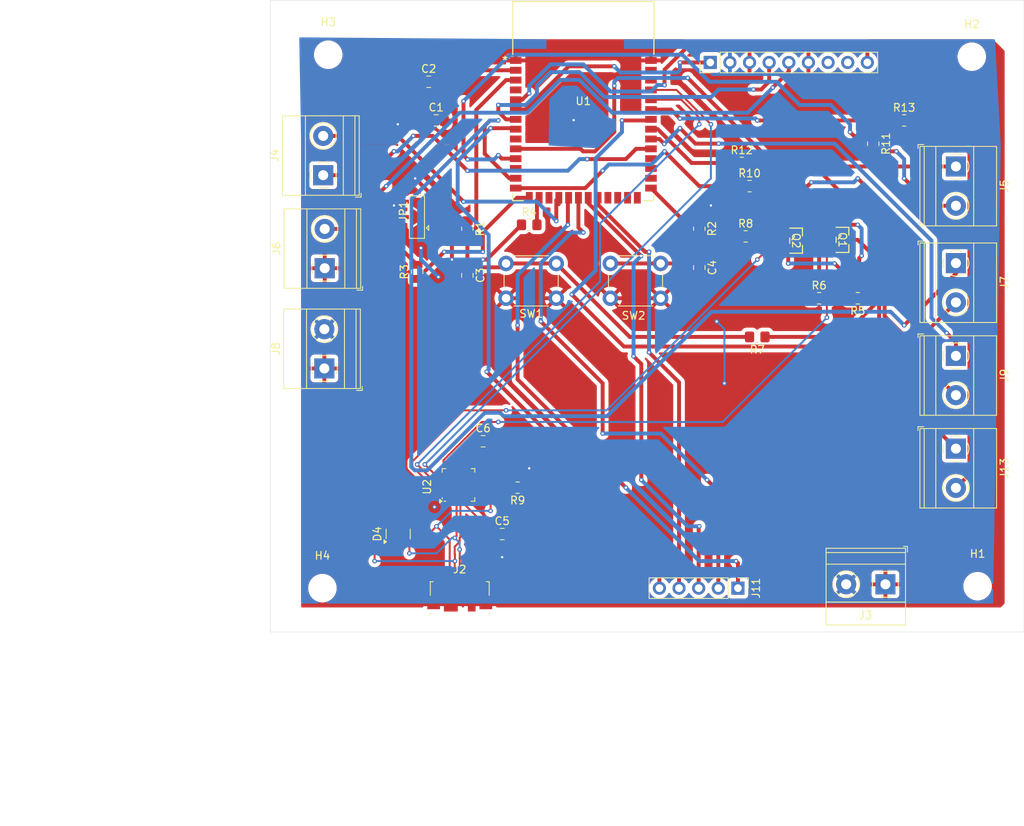
<source format=kicad_pcb>
(kicad_pcb (version 20240108) (generator "pcbnew") (generator_version "8.0")
  (layers (0 "F.Cu" signal) (31 "B.Cu" signal) (34 "B.Paste" user) (35 "F.Paste" user) (36 "B.SilkS" user "B.Silkscreen") (37 "F.SilkS" user "F.Silkscreen") (38 "B.Mask" user) (39 "F.Mask" user) (44 "Edge.Cuts" user))
  (net 0 "")
  (net 1 "+3V3")
  (net 2 "/CHIP_PU")
  (net 3 "/GPIO0_STRAPPING")
  (net 4 "Net-(U2-VPP)")
  (net 5 "+5V")
  (net 6 "GND")
  (net 8 "/UWBINT")
  (net 11 "/D+")
  (net 12 "/D-")
  (net 15 "Net-(U2-~{RST})")
  (net 17 "Net-(JP1-C)")
  (net 18 "/temp_Sensor")
  (net 21 "/pH_Sensor")
  (net 22 "/RTS")
  (net 23 "/DTR")
  (net 24 "/GPIO3_STRAPPING")
  (net 25 "/GPIO46_STRAPPING")
  (net 26 "/MOTOR4PWM")
  (net 29 "/Moisture_Sensor_Output")
  (net 30 "/MOTOR4FG")
  (net 31 "/LINACT+")
  (net 32 "/MOTOR2FG")
  (net 33 "/LINACT-")
  (net 35 "/UWBMOSI")
  (net 36 "/MOTOR1FG")
  (net 37 "/MOTOR1PWM")
  (net 40 "/RXD")
  (net 41 "/UWBMISO")
  (net 44 "/MOTOR3FG")
  (net 45 "/MOTOR2PWM")
  (net 46 "/UWBCLK")
  (net 47 "/TXD")
  (net 48 "/UWBCS")
  (net 50 "/MOTOR3PWM")
  (net 53 "Net-(U1-IO18)")
  (net 63 "+VBUS")
  (net 64 "Net-(Q1-Pad1)")
  (net 65 "Net-(Q2-Pad1)")
  (net 66 "Net-(Q1-Pad3)")
  (net 67 "Net-(Q2-Pad3)")
  (net 68 "Net-(U1-IO42)")
  (net 69 "Net-(U1-IO40)")
  (net 70 "Net-(U1-IO20)")
  (footprint "TerminalBlock_Phoenix:TerminalBlock_Phoenix_MKDS-1,5-2-5.08_1x02_P5.08mm_Horizontal" (layer "F.Cu") (at 37 73.08 90)
    (property "Reference" "J8")
    (property "Value" "Screw_Terminal_01x02")
  )
  (footprint "MountingHole:MountingHole_3.2mm_M3" (layer "F.Cu") (at 37.5 32.5)
    (property "Reference" "H3")
    (property "Value" "MountingHole")
  )
  (footprint "Resistor_SMD:R_0805_2012Metric_Pad1.20x1.40mm_HandSolder" (layer "F.Cu") (at 91.5 56)
    (property "Reference" "R8")
    (property "Value" "10k")
  )
  (footprint "Capacitor_SMD:C_0805_2012Metric_Pad1.18x1.45mm_HandSolder" (layer "F.Cu") (at 51.4625 41)
    (property "Reference" "C1")
    (property "Value" "10 uF")
  )
  (footprint "Resistor_SMD:R_0805_2012Metric_Pad1.20x1.40mm_HandSolder" (layer "F.Cu") (at 106 64 180)
    (property "Reference" "R5")
    (property "Value" "10k")
  )
  (footprint "Resistor_SMD:R_0805_2012Metric_Pad1.20x1.40mm_HandSolder" (layer "F.Cu") (at 62 88.5 180)
    (property "Reference" "R9")
    (property "Value" "4.7k")
  )
  (footprint "SS8050-G:TRAN_SS8050-G_CIP" (layer "F.Cu") (at 104.020999 56.450001 -90)
    (property "Reference" "Q1")
    (property "Value" "SS8050-G")
  )
  (footprint "Capacitor_SMD:C_0805_2012Metric_Pad1.18x1.45mm_HandSolder" (layer "F.Cu") (at 57.5375 82.5)
    (property "Reference" "C6")
    (property "Value" "4.7uF")
  )
  (footprint "TerminalBlock_Phoenix:TerminalBlock_Phoenix_MKDS-1,5-2-5.08_1x02_P5.08mm_Horizontal" (layer "F.Cu") (at 118.695 71.455 -90)
    (property "Reference" "J9")
    (property "Value" "MOTOR3SIGNAL")
  )
  (footprint "MountingHole:MountingHole_3.2mm_M3" (layer "F.Cu") (at 120.75 32.75)
    (property "Reference" "H2")
    (property "Value" "MountingHole")
  )
  (footprint "Resistor_SMD:R_0805_2012Metric_Pad1.20x1.40mm_HandSolder" (layer "F.Cu") (at 91 46.5)
    (property "Reference" "R12")
    (property "Value" "5k")
  )
  (footprint "Package_TO_SOT_SMD:SOT-143" (layer "F.Cu") (at 46.55 94.5 90)
    (property "Reference" "D4")
    (property "Value" "SP0503BAHT")
  )
  (footprint "TerminalBlock_Phoenix:TerminalBlock_Phoenix_MKDS-1,5-2-5.08_1x02_P5.08mm_Horizontal" (layer "F.Cu") (at 37.045 60.115 90)
    (property "Reference" "J6")
    (property "Value" "Screw_Terminal_01x02")
  )
  (footprint "Connector_USB:USB_Micro-B_Molex_47346-0001" (layer "F.Cu") (at 54.5125 102.375)
    (property "Reference" "J2")
    (property "Value" "USB_B_Micro")
  )
  (footprint "Capacitor_SMD:C_0805_2012Metric_Pad1.18x1.45mm_HandSolder" (layer "F.Cu") (at 55.5 61.0375 -90)
    (property "Reference" "C3")
    (property "Value" "1 uF")
  )
  (footprint "Resistor_SMD:R_0805_2012Metric_Pad1.20x1.40mm_HandSolder" (layer "F.Cu") (at 92 49.5)
    (property "Reference" "R10")
    (property "Value" "5k")
  )
  (footprint "Resistor_SMD:R_0805_2012Metric_Pad1.20x1.40mm_HandSolder" (layer "F.Cu") (at 93 69 180)
    (property "Reference" "R7")
    (property "Value" "10k")
  )
  (footprint "TerminalBlock_Phoenix:TerminalBlock_Phoenix_MKDS-1,5-2-5.08_1x02_P5.08mm_Horizontal" (layer "F.Cu") (at 109.58 101 180)
    (property "Reference" "J3")
    (property "Value" "Moisture_Power")
  )
  (footprint "Resistor_SMD:R_0805_2012Metric_Pad1.20x1.40mm_HandSolder" (layer "F.Cu") (at 55.5 55 -90)
    (property "Reference" "R1")
    (property "Value" "100k")
  )
  (footprint "Package_DFN_QFN:QFN-24-1EP_4x4mm_P0.5mm_EP2.6x2.6mm" (layer "F.Cu") (at 54.35 88.15 90)
    (property "Reference" "U2")
    (property "Value" "CP2104")
  )
  (footprint "Capacitor_SMD:C_0805_2012Metric_Pad1.18x1.45mm_HandSolder" (layer "F.Cu") (at 50.5 36)
    (property "Reference" "C2")
    (property "Value" "100 uF")
  )
  (footprint "Connector_PinHeader_2.54mm:PinHeader_1x05_P2.54mm_Vertical" (layer "F.Cu") (at 90.5 101.5 -90)
    (property "Reference" "J11")
    (property "Value" "UWB SIGNALS")
  )
  (footprint "Resistor_SMD:R_0805_2012Metric_Pad1.20x1.40mm_HandSolder" (layer "F.Cu") (at 101 64)
    (property "Reference" "R6")
    (property "Value" "10k")
  )
  (footprint "TerminalBlock_Phoenix:TerminalBlock_Phoenix_MKDS-1,5-2-5.08_1x02_P5.08mm_Horizontal" (layer "F.Cu") (at 118.695 46.955 -90)
    (property "Reference" "J5")
    (property "Value" "MOTOR1SIGNAL")
  )
  (footprint "Capacitor_SMD:C_0805_2012Metric_Pad1.18x1.45mm_HandSolder" (layer "F.Cu") (at 60 94.5)
    (property "Reference" "C5")
    (property "Value" "10uF")
  )
  (footprint "MountingHole:MountingHole_3.2mm_M3" (layer "F.Cu") (at 36.75 101.5)
    (property "Reference" "H4")
    (property "Value" "MountingHole")
  )
  (footprint "Button_Switch_THT:SW_PUSH_6mm_H5mm" (layer "F.Cu") (at 80.5 64 180)
    (property "Reference" "SW2")
    (property "Value" "SW_Push")
  )
  (footprint "TerminalBlock_Phoenix:TerminalBlock_Phoenix_MKDS-1,5-2-5.08_1x02_P5.08mm_Horizontal" (layer "F.Cu") (at 36.85 48.08 90)
    (property "Reference" "J4")
    (property "Value" "LINEAR ACTUATOR SIGNAL")
  )
  (footprint "TerminalBlock_Phoenix:TerminalBlock_Phoenix_MKDS-1,5-2-5.08_1x02_P5.08mm_Horizontal" (layer "F.Cu") (at 118.695 83.455 -90)
    (property "Reference" "J13")
    (property "Value" "MOTOR4SIGNAL")
  )
  (footprint "TerminalBlock_Phoenix:TerminalBlock_Phoenix_MKDS-1,5-2-5.08_1x02_P5.08mm_Horizontal" (layer "F.Cu") (at 118.695 59.455 -90)
    (property "Reference" "J7")
    (property "Value" "MOTOR2SIGNAL")
  )
  (footprint "Resistor_SMD:R_0805_2012Metric_Pad1.20x1.40mm_HandSolder" (layer "F.Cu") (at 63.5 54.5)
    (property "Reference" "R4")
    (property "Value" "1k")
  )
  (footprint "ESP32:ESP32-S3-WROOM-1_EXP" (layer "F.Cu") (at 70.5 38.5)
    (property "Reference" "U1")
    (property "Value" "ESP32-S3-WROOM-1")
  )
  (footprint "Button_Switch_THT:SW_PUSH_6mm_H5mm" (layer "F.Cu") (at 67 64 180)
    (property "Reference" "SW1")
    (property "Value" "SW_Push")
  )
  (footprint "Jumper:SolderJumper-3_P2.0mm_Open_TrianglePad1.0x1.5mm" (layer "F.Cu") (at 49 53.5 90)
    (property "Reference" "JP1")
    (property "Value" "SolderJumper_3_Open")
  )
  (footprint "MountingHole:MountingHole_3.2mm_M3" (layer "F.Cu") (at 121.5 101.25)
    (property "Reference" "H1")
    (property "Value" "MountingHole")
  )
  (footprint "Connector_PinHeader_2.54mm:PinHeader_1x09_P2.54mm_Vertical" (layer "F.Cu") (at 86.92 33.5 90)
    (property "Reference" "J10" (hide yes))
    (property "Value" "SENSORS")
  )
  (footprint "Resistor_SMD:R_0805_2012Metric_Pad1.20x1.40mm_HandSolder" (layer "F.Cu") (at 112 41)
    (property "Reference" "R13")
    (property "Value" "5k")
  )
  (footprint "Capacitor_SMD:C_0805_2012Metric_Pad1.18x1.45mm_HandSolder" (layer "F.Cu") (at 85.5 60.0375 -90)
    (property "Reference" "C4")
    (property "Value" "1 uF")
  )
  (footprint "Resistor_SMD:R_0805_2012Metric_Pad1.20x1.40mm_HandSolder" (layer "F.Cu") (at 85.5 55 -90)
    (property "Reference" "R2")
    (property "Value" "100k")
  )
  (footprint "Resistor_SMD:R_0805_2012Metric_Pad1.20x1.40mm_HandSolder" (layer "F.Cu") (at 108 44 -90)
    (property "Reference" "R11")
    (property "Value" "5k")
  )
  (footprint "Resistor_SMD:R_0805_2012Metric" (layer "F.Cu") (at 49 60.5875 90)
    (property "Reference" "R3")
    (property "Value" "1k")
  )
  (footprint "SS8050-G:TRAN_SS8050-G_CIP" (layer "F.Cu") (at 98.020999 56.549999 -90)
    (property "Reference" "Q2")
    (property "Value" "SS8050-G")
  )
  (gr_rect (start 30 25.5) (end 127.5 107.171109) (stroke (width 0.05)) (fill none) (layer "Edge.Cuts"))
  (segment (start 85.5 53.5) (end 87 52) (width 0.508) (layer "F.Cu") (net 1))
  (segment (start 55.1 90.0875) (end 55.6 90.0875) (width 0.254) (layer "F.Cu") (net 1))
  (segment (start 58.9625 94.5) (end 55.1 90.6375) (width 0.254) (layer "F.Cu") (net 1))
  (segment (start 85.5 54) (end 85.5 53.5) (width 0.508) (layer "F.Cu") (net 1))
  (segment (start 55.1 90.6375) (end 55.1 90.0875) (width 0.254) (layer "F.Cu") (net 1))
  (segment (start 55.6 90.0875) (end 56.2875 89.4) (width 0.254) (layer "F.Cu") (net 1))
  (segment (start 53.375 53.125) (end 48.75 48.5) (width 0.508) (layer "F.Cu") (net 1))
  (segment (start 63 88.5) (end 63 86.5) (width 0.254) (layer "F.Cu") (net 1))
  (segment (start 61.75 34.51) (end 50.9525 34.51) (width 0.508) (layer "F.Cu") (net 1))
  (segment (start 46.5 51.5) (end 46 52) (width 0.508) (layer "F.Cu") (net 1))
  (segment (start 49 51.5) (end 46.5 51.5) (width 0.508) (layer "F.Cu") (net 1))
  (segment (start 49.4625 36) (end 49.4625 40.0375) (width 0.508) (layer "F.Cu") (net 1))
  (segment (start 50.425 41) (end 47 41) (width 0.508) (layer "F.Cu") (net 1))
  (segment (start 55.5 54) (end 54.25 54) (width 0.508) (layer "F.Cu") (net 1))
  (segment (start 54.25 54) (end 53.375 53.125) (width 0.508) (layer "F.Cu") (net 1))
  (segment (start 57.5 59) (end 58 59) (width 0.508) (layer "F.Cu") (net 1))
  (segment (start 58.9625 94.5) (end 58.9625 96.4625) (width 0.254) (layer "F.Cu") (net 1))
  (segment (start 47 41) (end 46.5 41.5) (width 0.508) (layer "F.Cu") (net 1))
  (segment (start 49.4625 40.0375) (end 50.425 41) (width 0.508) (layer "F.Cu") (net 1))
  (segment (start 50.9525 34.51) (end 49.4625 36) (width 0.508) (layer "F.Cu") (net 1))
  (segment (start 53.5 59) (end 53.5 53.25) (width 0.508) (layer "F.Cu") (net 1))
  (segment (start 58 59) (end 62.5 54.5) (width 0.508) (layer "F.Cu") (net 1))
  (segment (start 58.9625 96.4625) (end 60 97.5) (width 0.254) (layer "F.Cu") (net 1))
  (segment (start 53.5 53.25) (end 53.375 53.125) (width 0.508) (layer "F.Cu") (net 1))
  (segment (start 63 86.5) (end 63.5 86) (width 0.254) (layer "F.Cu") (net 1))
  (via (at 87 52) (size 0.6) (drill 0.3) (layers "F.Cu" "B.Cu") (net 1))
  (via (at 60 97.5) (size 0.6) (drill 0.3) (layers "F.Cu" "B.Cu") (net 1))
  (via (at 53.5 59) (size 0.6) (drill 0.3) (layers "F.Cu" "B.Cu") (net 1))
  (via (at 46.5 41.5) (size 0.6) (drill 0.3) (layers "F.Cu" "B.Cu") (net 1))
  (via (at 63.5 86) (size 0.6) (drill 0.3) (layers "F.Cu" "B.Cu") (net 1))
  (via (at 57.5 59) (size 0.6) (drill 0.3) (layers "F.Cu" "B.Cu") (net 1))
  (via (at 48.75 48.5) (size 0.6) (drill 0.3) (layers "F.Cu" "B.Cu") (net 1))
  (via (at 46 52) (size 0.6) (drill 0.3) (layers "F.Cu" "B.Cu") (net 1))
  (segment (start 57.5 59) (end 53.5 59) (width 0.508) (layer "B.Cu") (net 1))
  (segment (start 55.5 60) (end 60 60) (width 0.508) (layer "F.Cu") (net 2))
  (segment (start 55.5 60) (end 55.5 56) (width 0.508) (layer "F.Cu") (net 2))
  (segment (start 55.5 56) (end 56.654 54.846) (width 0.508) (layer "F.Cu") (net 2))
  (segment (start 56.654 54.846) (end 56.654 39.6187) (width 0.508) (layer "F.Cu") (net 2))
  (segment (start 56.654 39.6187) (end 60.4927 35.78) (width 0.508) (layer "F.Cu") (net 2))
  (segment (start 76.5 69) (end 67 59.5) (width 0.508) (layer "F.Cu") (net 2))
  (segment (start 92 69) (end 76.5 69) (width 0.508) (layer "F.Cu") (net 2))
  (segment (start 60.5 59.5) (end 67 59.5) (width 0.508) (layer "F.Cu") (net 2))
  (segment (start 60.4927 35.78) (end 61.75 35.78) (width 0.508) (layer "F.Cu") (net 2))
  (segment (start 60 60) (end 60.5 59.5) (width 0.508) (layer "F.Cu") (net 2))
  (segment (start 84.5 59) (end 84 59.5) (width 0.508) (layer "F.Cu") (net 3))
  (segment (start 74 59.5) (end 80.5 59.5) (width 0.508) (layer "F.Cu") (net 3))
  (segment (start 85.5 56) (end 79.25 49.75) (width 0.508) (layer "F.Cu") (net 3))
  (segment (start 84 59.5) (end 80.5 59.5) (width 0.508) (layer "F.Cu") (net 3))
  (segment (start 90.5 56) (end 85.5 56) (width 0.508) (layer "F.Cu") (net 3))
  (segment (start 85.5 59) (end 84.5 59) (width 0.508) (layer "F.Cu") (net 3))
  (segment (start 85.5 56) (end 85.5 59) (width 0.508) (layer "F.Cu") (net 3))
  (segment (start 55.847432 82.5) (end 54.1 84.247432) (width 0.254) (layer "F.Cu") (net 4))
  (segment (start 54.1 84.247432) (end 54.1 86.2125) (width 0.254) (layer "F.Cu") (net 4))
  (segment (start 56.5 82.5) (end 55.847432 82.5) (width 0.254) (layer "F.Cu") (net 4))
  (segment (start 97.08 34.674) (end 95 36.754) (width 0.508) (layer "F.Cu") (net 5))
  (segment (start 97.08 33.5) (end 97.08 34.674) (width 0.508) (layer "F.Cu") (net 5))
  (segment (start 39.465 55.035) (end 45 49.5) (width 0.508) (layer "F.Cu") (net 5))
  (segment (start 37.045 55.035) (end 39.465 55.035) (width 0.508) (layer "F.Cu") (net 5))
  (via (at 45 49.5) (size 0.6) (drill 0.3) (layers "F.Cu" "B.Cu") (net 5))
  (via (at 95 36.754) (size 0.6) (drill 0.3) (layers "F.Cu" "B.Cu") (net 5))
  (segment (start 91.754 40) (end 74.248737 40) (width 0.508) (layer "B.Cu") (net 5))
  (segment (start 74.248737 40) (end 69.999369 35.750632) (width 0.508) (layer "B.Cu") (net 5))
  (segment (start 45 49.5) (end 54.5 40) (width 0.508) (layer "B.Cu") (net 5))
  (segment (start 69.999369 35.750632) (end 67.499368 35.750632) (width 0.508) (layer "B.Cu") (net 5))
  (segment (start 67.499368 35.750632) (end 63.25 40) (width 0.508) (layer "B.Cu") (net 5))
  (segment (start 95 36.754) (end 91.754 40) (width 0.508) (layer "B.Cu") (net 5))
  (segment (start 63.25 40) (end 54.5 40) (width 0.508) (layer "B.Cu") (net 5))
  (segment (start 53.6 90.0875) (end 53.6 90.552568) (width 0.254) (layer "F.Cu") (net 6))
  (segment (start 74 64) (end 80.5 64) (width 0.508) (layer "F.Cu") (net 6))
  (segment (start 54.35 88.15) (end 53.6 88.9) (width 0.254) (layer "F.Cu") (net 6))
  (segment (start 53.6 90.552568) (end 53.152568 91) (width 0.254) (layer "F.Cu") (net 6))
  (segment (start 60.5 64) (end 67 64) (width 0.508) (layer "F.Cu") (net 6))
  (segment (start 69.25 40.96) (end 69.25 41.25) (width 0.254) (layer "F.Cu") (net 6))
  (segment (start 53.152568 91) (end 51.25 91) (width 0.254) (layer "F.Cu") (net 6))
  (segment (start 53.6 88.9) (end 53.6 90.0875) (width 0.254) (layer "F.Cu") (net 6))
  (via (at 69.25 40.96) (size 0.6) (drill 0.3) (layers "F.Cu" "B.Cu") (net 6))
  (via (at 88.75 75) (size 0.6) (drill 0.3) (layers "F.Cu" "B.Cu") (net 6))
  (via (at 49.5 57.5) (size 0.6) (drill 0.3) (layers "F.Cu" "B.Cu") (net 6))
  (via (at 87.75 67) (size 0.6) (drill 0.3) (layers "F.Cu" "B.Cu") (net 6))
  (via (at 51.75 61.25) (size 0.6) (drill 0.3) (layers "F.Cu" "B.Cu") (net 6))
  (via (at 51.25 91) (size 0.6) (drill 0.3) (layers "F.Cu" "B.Cu") (net 6))
  (segment (start 49.5 59) (end 51.75 61.25) (width 0.508) (layer "B.Cu") (net 6))
  (segment (start 87.75 67) (end 88.75 68) (width 0.254) (layer "B.Cu") (net 6))
  (segment (start 49.5 57.5) (end 49.5 59) (width 0.508) (layer "B.Cu") (net 6))
  (segment (start 88.75 68) (end 88.75 75) (width 0.254) (layer "B.Cu") (net 6))
  (segment (start 80.34 101.5) (end 80.34 95.84) (width 0.508) (layer "F.Cu") (net 8))
  (segment (start 61.62 42) (end 61.75 42.13) (width 0.508) (layer "F.Cu") (net 8))
  (segment (start 80.34 95.84) (end 58 73.5) (width 0.508) (layer "F.Cu") (net 8))
  (segment (start 58.5 42) (end 61.62 42) (width 0.508) (layer "F.Cu") (net 8))
  (via (at 58.5 42) (size 0.6) (drill 0.3) (layers "F.Cu" "B.Cu") (net 8))
  (via (at 58 73.5) (size 0.6) (drill 0.3) (layers "F.Cu" "B.Cu") (net 8))
  (segment (start 58.254 55.820318) (end 54.246 51.812318) (width 0.508) (layer "B.Cu") (net 8))
  (segment (start 54.246 51.812318) (end 54.246 46.254) (width 0.508) (layer "B.Cu") (net 8))
  (segment (start 58.254 73.246) (end 58.254 55.820318) (width 0.508) (layer "B.Cu") (net 8))
  (segment (start 58 73.5) (end 58.254 73.246) (width 0.508) (layer "B.Cu") (net 8))
  (segment (start 54.246 46.254) (end 58.5 42) (width 0.508) (layer "B.Cu") (net 8))
  (segment (start 48 96) (end 47.5 95.5) (width 0.254) (layer "F.Cu") (net 11))
  (segment (start 54.1 94.776722) (end 54.1 90.0875) (width 0.254) (layer "F.Cu") (net 11))
  (segment (start 48 97) (end 48 96) (width 0.254) (layer "F.Cu") (net 11))
  (segment (start 54.5125 100.915) (end 54.5125 96.5125) (width 0.254) (layer "F.Cu") (net 11))
  (segment (start 53.873 95.003722) (end 54.1 94.776722) (width 0.254) (layer "F.Cu") (net 11))
  (segment (start 54.5125 96.5125) (end 54.5 96.5) (width 0.254) (layer "F.Cu") (net 11))
  (via (at 48 97) (size 0.6) (drill 0.3) (layers "F.Cu" "B.Cu") (net 11))
  (via (at 53.873 95.003722) (size 0.6) (drill 0.3) (layers "F.Cu" "B.Cu") (net 11))
  (via (at 54.5 96.5) (size 0.6) (drill 0.3) (layers "F.Cu" "B.Cu") (net 11))
  (segment (start 54.5 95.630722) (end 53.873 95.003722) (width 0.254) (layer "B.Cu") (net 11))
  (segment (start 51.507444 97) (end 48 97) (width 0.254) (layer "B.Cu") (net 11))
  (segment (start 53.503722 95.003722) (end 51.507444 97) (width 0.254) (layer "B.Cu") (net 11))
  (segment (start 53.873 95.003722) (end 53.503722 95.003722) (width 0.254) (layer "B.Cu") (net 11))
  (segment (start 54.5 96.5) (end 54.5 95.630722) (width 0.254) (layer "B.Cu") (net 11))
  (segment (start 43 93) (end 44 92) (width 0.254) (layer "F.Cu") (net 12))
  (segment (start 53.8625 97.0915) (end 53.8625 96.1375) (width 0.254) (layer "F.Cu") (net 12))
  (segment (start 53.8855 97.1145) (end 53.8625 97.0915) (width 0.254) (layer "F.Cu") (net 12))
  (segment (start 46 92) (end 47.5 93.5) (width 0.254) (layer "F.Cu") (net 12))
  (segment (start 53.8625 98.023) (end 53.8855 98) (width 0.254) (layer "F.Cu") (net 12))
  (segment (start 53.8625 96.1375) (end 54.5 95.5) (width 0.254) (layer "F.Cu") (net 12))
  (segment (start 54.5 95) (end 54.6 94.9) (width 0.254) (layer "F.Cu") (net 12))
  (segment (start 43.5 98) (end 43.5 95.5) (width 0.254) (layer "F.Cu") (net 12))
  (segment (start 54.5 95.5) (end 54.5 95) (width 0.254) (layer "F.Cu") (net 12))
  (segment (start 44 92) (end 46 92) (width 0.254) (layer "F.Cu") (net 12))
  (segment (start 43 95) (end 43 93) (width 0.254) (layer "F.Cu") (net 12))
  (segment (start 43.5 95.5) (end 43 95) (width 0.254) (layer "F.Cu") (net 12))
  (segment (start 53.8625 100.915) (end 53.8625 98.023) (width 0.254) (layer "F.Cu") (net 12))
  (segment (start 53.8855 98) (end 53.8855 97.1145) (width 0.254) (layer "F.Cu") (net 12))
  (segment (start 54.6 94.9) (end 54.6 90.0875) (width 0.254) (layer "F.Cu") (net 12))
  (via (at 43.5 98) (size 0.6) (drill 0.3) (layers "F.Cu" "B.Cu") (net 12))
  (via (at 53.8855 98) (size 0.6) (drill 0.3) (layers "F.Cu" "B.Cu") (net 12))
  (segment (start 53.8855 98) (end 43.5 98) (width 0.254) (layer "B.Cu") (net 12))
  (segment (start 60.5 88.5) (end 60.4 88.4) (width 0.254) (layer "F.Cu") (net 15))
  (segment (start 61 88.5) (end 60.5 88.5) (width 0.254) (layer "F.Cu") (net 15))
  (segment (start 60.4 88.4) (end 56.2875 88.4) (width 0.254) (layer "F.Cu") (net 15))
  (segment (start 47 53.5) (end 49 53.5) (width 0.508) (layer "F.Cu") (net 17))
  (segment (start 46.5 57.175) (end 49 59.675) (width 0.508) (layer "F.Cu") (net 17))
  (segment (start 46.5 54) (end 47 53.5) (width 0.508) (layer "F.Cu") (net 17))
  (segment (start 46.5 54) (end 46.5 57.175) (width 0.508) (layer "F.Cu") (net 17))
  (segment (start 59.5 39.8673) (end 60.4927 40.86) (width 0.508) (layer "F.Cu") (net 18))
  (segment (start 94.54 35.96) (end 93.5 37) (width 0.508) (layer "F.Cu") (net 18))
  (segment (start 94.54 33.5) (end 94.54 35.96) (width 0.508) (layer "F.Cu") (net 18))
  (segment (start 93.5 37) (end 92.5 37) (width 0.508) (layer "F.Cu") (net 18))
  (segment (start 60.4927 40.86) (end 61.75 40.86) (width 0.508) (layer "F.Cu") (net 18))
  (segment (start 59.5 39) (end 59.5 39.8673) (width 0.508) (layer "F.Cu") (net 18))
  (via (at 92.5 37) (size 0.6) (drill 0.3) (layers "F.Cu" "B.Cu") (net 18))
  (via (at 59.5 39) (size 0.6) (drill 0.3) (layers "F.Cu" "B.Cu") (net 18))
  (segment (start 63.066318 39) (end 59.5 39) (width 0.508) (layer "B.Cu") (net 18))
  (segment (start 66.251264 34.75) (end 64.500632 36.500632) (width 0.508) (layer "B.Cu") (net 18))
  (segment (start 73.212 37.962) (end 70 34.75) (width 0.508) (layer "B.Cu") (net 18))
  (segment (start 92.5 37) (end 88 37) (width 0.508) (layer "B.Cu") (net 18))
  (segment (start 87.038 37.962) (end 73.212 37.962) (width 0.508) (layer "B.Cu") (net 18))
  (segment (start 64.500632 37.565686) (end 63.066318 39) (width 0.508) (layer "B.Cu") (net 18))
  (segment (start 70 34.75) (end 66.251264 34.75) (width 0.508) (layer "B.Cu") (net 18))
  (segment (start 64.500632 36.500632) (end 64.500632 37.565686) (width 0.508) (layer "B.Cu") (net 18))
  (segment (start 88 37) (end 87.038 37.962) (width 0.508) (layer "B.Cu") (net 18))
  (segment (start 68.5973 34) (end 63.0073 39.59) (width 0.508) (layer "F.Cu") (net 21))
  (segment (start 63.0073 39.59) (end 61.75 39.59) (width 0.508) (layer "F.Cu") (net 21))
  (segment (start 74.5 34) (end 68.5973 34) (width 0.508) (layer "F.Cu") (net 21))
  (segment (start 86.92 33.5) (end 83 33.5) (width 0.508) (layer "F.Cu") (net 21))
  (via (at 83 33.5) (size 0.6) (drill 0.3) (layers "F.Cu" "B.Cu") (net 21))
  (via (at 74.5 34) (size 0.6) (drill 0.3) (layers "F.Cu" "B.Cu") (net 21))
  (segment (start 75.292 34.792) (end 74.5 34) (width 0.508) (layer "B.Cu") (net 21))
  (segment (start 83 34.5) (end 82.708 34.792) (width 0.508) (layer "B.Cu") (net 21))
  (segment (start 82.708 34.792) (end 75.292 34.792) (width 0.508) (layer "B.Cu") (net 21))
  (segment (start 83 33.5) (end 83 34.5) (width 0.508) (layer "B.Cu") (net 21))
  (segment (start 52.4125 84.952072) (end 57.364572 80) (width 0.254) (layer "F.Cu") (net 22))
  (segment (start 102 64) (end 102 63.5) (width 0.508) (layer "F.Cu") (net 22))
  (segment (start 57.364572 80) (end 59.5 80) (width 0.254) (layer "F.Cu") (net 22))
  (segment (start 52.4125 86.9) (end 52.4125 84.952072) (width 0.254) (layer "F.Cu") (net 22))
  (segment (start 102 58.400002) (end 103 57.400002) (width 0.254) (layer "F.Cu") (net 22))
  (segment (start 102 66.5) (end 102 64) (width 0.254) (layer "F.Cu") (net 22))
  (segment (start 102 64) (end 102 58.400002) (width 0.254) (layer "F.Cu") (net 22))
  (via (at 59.5 80) (size 0.6) (drill 0.3) (layers "F.Cu" "B.Cu") (net 22))
  (via (at 102 66.5) (size 0.6) (drill 0.3) (layers "F.Cu" "B.Cu") (net 22))
  (segment (start 59.5 80) (end 88.5 80) (width 0.254) (layer "B.Cu") (net 22))
  (segment (start 88.5 80) (end 102 66.5) (width 0.254) (layer "B.Cu") (net 22))
  (segment (start 48.373 85.759712) (end 48.373 85.127) (width 0.254) (layer "F.Cu") (net 23))
  (segment (start 105 64) (end 105 61.5) (width 0.508) (layer "F.Cu") (net 23))
  (segment (start 48.373 85.127) (end 55 78.5) (width 0.254) (layer "F.Cu") (net 23))
  (segment (start 52.4125 88.9) (end 51.513288 88.9) (width 0.254) (layer "F.Cu") (net 23))
  (segment (start 105 61.5) (end 103 59.5) (width 0.508) (layer "F.Cu") (net 23))
  (segment (start 93 59) (end 94.5 57.5) (width 0.254) (layer "F.Cu") (net 23))
  (segment (start 51.513288 88.9) (end 48.373 85.759712) (width 0.254) (layer "F.Cu") (net 23))
  (segment (start 55 78.5) (end 60.5 78.5) (width 0.254) (layer "F.Cu") (net 23))
  (segment (start 94.5 57.5) (end 97 57.5) (width 0.254) (layer "F.Cu") (net 23))
  (segment (start 97 59.5) (end 97 57.5) (width 0.508) (layer "F.Cu") (net 23))
  (via (at 103 59.5) (size 0.6) (drill 0.3) (layers "F.Cu" "B.Cu") (net 23))
  (via (at 93 59) (size 0.6) (drill 0.3) (layers "F.Cu" "B.Cu") (net 23))
  (via (at 60.5 78.5) (size 0.6) (drill 0.3) (layers "F.Cu" "B.Cu") (net 23))
  (via (at 97 59.5) (size 0.6) (drill 0.3) (layers "F.Cu" "B.Cu") (net 23))
  (segment (start 92 60) (end 93 59) (width 0.254) (layer "B.Cu") (net 23))
  (segment (start 73.5 78.5) (end 92 60) (width 0.254) (layer "B.Cu") (net 23))
  (segment (start 60.5 78.5) (end 73.5 78.5) (width 0.254) (layer "B.Cu") (net 23))
  (segment (start 103 59.5) (end 97 59.5) (width 0.508) (layer "B.Cu") (net 23))
  (segment (start 61.933682 51) (end 63.515 51) (width 0.508) (layer "F.Cu") (net 24))
  (segment (start 57.5 55.433682) (end 61.933682 51) (width 0.508) (layer "F.Cu") (net 24))
  (segment (start 57.5 58) (end 57.5 55.433682) (width 0.508) (layer "F.Cu") (net 24))
  (segment (start 49 61.5) (end 52.5 58) (width 0.508) (layer "F.Cu") (net 24))
  (via (at 57.5 58) (size 0.6) (drill 0.3) (layers "F.Cu" "B.Cu") (net 24))
  (via (at 52.5 58) (size 0.6) (drill 0.3) (layers "F.Cu" "B.Cu") (net 24))
  (segment (start 52.5 58) (end 57.5 58) (width 0.508) (layer "B.Cu") (net 24))
  (segment (start 64.5 51.285) (end 64.785 51) (width 0.508) (layer "F.Cu") (net 25))
  (segment (start 64.5 54.5) (end 64.5 51.285) (width 0.508) (layer "F.Cu") (net 25))
  (segment (start 118.695 83.455) (end 105.486 70.246) (width 0.508) (layer "F.Cu") (net 26))
  (segment (start 75.746 70.246) (end 69 63.5) (width 0.508) (layer "F.Cu") (net 26))
  (segment (start 105.486 70.246) (end 75.746 70.246) (width 0.508) (layer "F.Cu") (net 26))
  (segment (start 79.11 41) (end 79.25 40.86) (width 0.508) (layer "F.Cu") (net 26))
  (segment (start 75.5 41) (end 79.11 41) (width 0.508) (layer "F.Cu") (net 26))
  (via (at 75.5 41) (size 0.6) (drill 0.3) (layers "F.Cu" "B.Cu") (net 26))
  (via (at 69 63.5) (size 0.6) (drill 0.3) (layers "F.Cu" "B.Cu") (net 26))
  (segment (start 75.5 41) (end 75.5 42.5) (width 0.508) (layer "B.Cu") (net 26))
  (segment (start 75.5 42.5) (end 72.092 45.908) (width 0.508) (layer "B.Cu") (net 26))
  (segment (start 72.092 45.908) (end 72.092 60.408) (width 0.508) (layer "B.Cu") (net 26))
  (segment (start 72.092 60.408) (end 69 63.5) (width 0.508) (layer "B.Cu") (net 26))
  (segment (start 63.5 37.5) (end 63.4018 37.5) (width 0.508) (layer "F.Cu") (net 29))
  (segment (start 81 34.433682) (end 81 36.423) (width 0.508) (layer "F.Cu") (net 29))
  (segment (start 106.5 31) (end 84.433682 31) (width 0.508) (layer "F.Cu") (net 29))
  (segment (start 63.4018 37.5) (end 62.5818 38.32) (width 0.508) (layer "F.Cu") (net 29))
  (segment (start 107.24 31.74) (end 106.5 31) (width 0.508) (layer "F.Cu") (net 29))
  (segment (start 84.433682 31) (end 81 34.433682) (width 0.508) (layer "F.Cu") (net 29))
  (segment (start 62.5818 38.32) (end 61.75 38.32) (width 0.508) (layer "F.Cu") (net 29))
  (segment (start 107.24 33.5) (end 107.24 31.74) (width 0.508) (layer "F.Cu") (net 29))
  (via (at 63.5 37.5) (size 0.6) (drill 0.3) (layers "F.Cu" "B.Cu") (net 29))
  (via (at 81 36.423) (size 0.6) (drill 0.3) (layers "F.Cu" "B.Cu") (net 29))
  (segment (start 80.077 36.423) (end 79.246 37.254) (width 0.508) (layer "B.Cu") (net 29))
  (segment (start 74.004 37.254) (end 70.5 33.75) (width 0.508) (layer "B.Cu") (net 29))
  (segment (start 70.5 33.75) (end 66.25 33.75) (width 0.508) (layer "B.Cu") (net 29))
  (segment (start 63.5 36.5) (end 63.5 37.5) (width 0.508) (layer "B.Cu") (net 29))
  (segment (start 79.246 37.254) (end 74.004 37.254) (width 0.508) (layer "B.Cu") (net 29))
  (segment (start 81 36.423) (end 80.077 36.423) (width 0.508) (layer "B.Cu") (net 29))
  (segment (start 66.25 33.75) (end 63.5 36.5) (width 0.508) (layer "B.Cu") (net 29))
  (segment (start 120.449 86.781) (end 120.449 45.201) (width 0.508) (layer "F.Cu") (net 30))
  (segment (start 118.695 88.535) (end 120.449 86.781) (width 0.508) (layer "F.Cu") (net 30))
  (segment (start 120.449 45.201) (end 116.248 41) (width 0.508) (layer "F.Cu") (net 30))
  (segment (start 116.248 41) (end 113 41) (width 0.508) (layer "F.Cu") (net 30))
  (segment (start 51 43) (end 55.5 47.5) (width 0.508) (layer "F.Cu") (net 31))
  (segment (start 36.85 48.08) (end 42.92 48.08) (width 0.508) (layer "F.Cu") (net 31))
  (segment (start 71 46) (end 76 46) (width 0.508) (layer "F.Cu") (net 31))
  (segment (start 48.5 43) (end 51 43) (width 0.508) (layer "F.Cu") (net 31))
  (segment (start 77.33 44.67) (end 79.25 44.67) (width 0.508) (layer "F.Cu") (net 31))
  (segment (start 42.92 48.08) (end 46 45) (width 0.508) (layer "F.Cu") (net 31))
  (segment (start 76 46) (end 77.33 44.67) (width 0.508) (layer "F.Cu") (net 31))
  (via (at 46 45) (size 0.6) (drill 0.3) (layers "F.Cu" "B.Cu") (net 31))
  (via (at 71 46) (size 0.6) (drill 0.3) (layers "F.Cu" "B.Cu") (net 31))
  (via (at 48.5 43) (size 0.6) (drill 0.3) (layers "F.Cu" "B.Cu") (net 31))
  (via (at 55.5 47.5) (size 0.6) (drill 0.3) (layers "F.Cu" "B.Cu") (net 31))
  (segment (start 70 46) (end 71 46) (width 0.508) (layer "B.Cu") (net 31))
  (segment (start 46.5 45) (end 48.5 43) (width 0.508) (layer "B.Cu") (net 31))
  (segment (start 46 45) (end 46.5 45) (width 0.508) (layer "B.Cu") (net 31))
  (segment (start 55.5 47.5) (end 68.5 47.5) (width 0.508) (layer "B.Cu") (net 31))
  (segment (start 68.5 47.5) (end 70 46) (width 0.508) (layer "B.Cu") (net 31))
  (segment (start 112.661264 69.5) (end 109.470724 66.30946) (width 0.508) (layer "F.Cu") (net 32))
  (segment (start 113.73 69.5) (end 112.661264 69.5) (width 0.508) (layer "F.Cu") (net 32))
  (segment (start 109.470724 51.970724) (end 106 48.5) (width 0.508) (layer "F.Cu") (net 32))
  (segment (start 100 49) (end 99.5 49.5) (width 0.508) (layer "F.Cu") (net 32))
  (segment (start 118.695 64.535) (end 113.73 69.5) (width 0.508) (layer "F.Cu") (net 32))
  (segment (start 109.470724 66.30946) (end 109.470724 51.970724) (width 0.508) (layer "F.Cu") (net 32))
  (segment (start 99.5 49.5) (end 93 49.5) (width 0.508) (layer "F.Cu") (net 32))
  (via (at 106 48.5) (size 0.6) (drill 0.3) (layers "F.Cu" "B.Cu") (net 32))
  (via (at 100 49) (size 0.6) (drill 0.3) (layers "F.Cu" "B.Cu") (net 32))
  (segment (start 106 48.5) (end 105.5 49) (width 0.508) (layer "B.Cu") (net 32))
  (segment (start 105.5 49) (end 100 49) (width 0.508) (layer "B.Cu") (net 32))
  (segment (start 67.325 51.8318) (end 67.325 51) (width 0.508) (layer "F.Cu") (net 33))
  (segment (start 36.85 43) (end 46.5 43) (width 0.508) (layer "F.Cu") (net 33))
  (segment (start 46.5 43) (end 55 51.5) (width 0.508) (layer "F.Cu") (net 33))
  (segment (start 67 51.325) (end 67.325 51) (width 0.508) (layer "F.Cu") (net 33))
  (segment (start 67 54) (end 67 51.325) (width 0.508) (layer "F.Cu") (net 33))
  (via (at 55 51.5) (size 0.6) (drill 0.3) (layers "F.Cu" "B.Cu") (net 33))
  (via (at 67 54) (size 0.6) (drill 0.3) (layers "F.Cu" "B.Cu") (net 33))
  (segment (start 64.5 51.5) (end 67 54) (width 0.508) (layer "B.Cu") (net 33))
  (segment (start 55 51.5) (end 64.5 51.5) (width 0.508) (layer "B.Cu") (net 33))
  (segment (start 68.5 54.5) (end 68.5 51.095) (width 0.508) (layer "F.Cu") (net 35))
  (segment (start 90.5 98.25) (end 90.25 98) (width 0.508) (layer "F.Cu") (net 35))
  (segment (start 62 74.5) (end 62 67.5) (width 0.508) (layer "F.Cu") (net 35))
  (segment (start 76 88.5) (end 62 74.5) (width 0.508) (layer "F.Cu") (net 35))
  (segment (start 90.5 101.5) (end 90.5 98.25) (width 0.508) (layer "F.Cu") (net 35))
  (segment (start 68.5 51.095) (end 68.595 51) (width 0.508) (layer "F.Cu") (net 35))
  (via (at 90.25 98) (size 0.6) (drill 0.3) (layers "F.Cu" "B.Cu") (net 35))
  (via (at 76 88.5) (size 0.6) (drill 0.3) (layers "F.Cu" "B.Cu") (net 35))
  (via (at 68.5 54.5) (size 0.6) (drill 0.3) (layers "F.Cu" "B.Cu") (net 35))
  (via (at 62 67.5) (size 0.6) (drill 0.3) (layers "F.Cu" "B.Cu") (net 35))
  (segment (start 62 67.5) (end 62 61) (width 0.508) (layer "B.Cu") (net 35))
  (segment (start 90.25 98) (end 85.5 98) (width 0.508) (layer "B.Cu") (net 35))
  (segment (start 85.5 98) (end 76 88.5) (width 0.508) (layer "B.Cu") (net 35))
  (segment (start 62 61) (end 68.5 54.5) (width 0.508) (layer "B.Cu") (net 35))
  (segment (start 115.535 52.035) (end 112 48.5) (width 0.508) (layer "F.Cu") (net 36))
  (segment (start 111 45) (end 108 45) (width 0.508) (layer "F.Cu") (net 36))
  (segment (start 118.695 52.035) (end 115.535 52.035) (width 0.508) (layer "F.Cu") (net 36))
  (via (at 112 48.5) (size 0.6) (drill 0.3) (layers "F.Cu" "B.Cu") (net 36))
  (via (at 111 45) (size 0.6) (drill 0.3) (layers "F.Cu" "B.Cu") (net 36))
  (segment (start 112 46) (end 111 45) (width 0.508) (layer "B.Cu") (net 36))
  (segment (start 112 48.5) (end 112 46) (width 0.508) (layer "B.Cu") (net 36))
  (segment (start 118.695 46.955) (end 95.455 46.955) (width 0.508) (layer "F.Cu") (net 37))
  (segment (start 72 45) (end 70.467 45) (width 0.508) (layer "F.Cu") (net 37))
  (segment (start 74.5 42.5) (end 72 45) (width 0.508) (layer "F.Cu") (net 37))
  (segment (start 74.5 36.5) (end 74.5 42.5) (width 0.508) (layer "F.Cu") (net 37))
  (segment (start 70.467 45) (end 70.137 44.67) (width 0.508) (layer "F.Cu") (net 37))
  (segment (start 70.137 44.67) (end 61.75 44.67) (width 0.508) (layer "F.Cu") (net 37))
  (segment (start 95.455 46.955) (end 84 35.5) (width 0.508) (layer "F.Cu") (net 37))
  (via (at 84 35.5) (size 0.6) (drill 0.3) (layers "F.Cu" "B.Cu") (net 37))
  (via (at 74.5 36.5) (size 0.6) (drill 0.3) (layers "F.Cu" "B.Cu") (net 37))
  (segment (start 75 35.5) (end 74.5 36) (width 0.508) (layer "B.Cu") (net 37))
  (segment (start 74.5 36) (end 74.5 36.5) (width 0.508) (layer "B.Cu") (net 37))
  (segment (start 84 35.5) (end 75 35.5) (width 0.508) (layer "B.Cu") (net 37))
  (segment (start 87 41.5) (end 82.55 37.05) (width 0.254) (layer "F.Cu") (net 40))
  (segment (start 82.55 37.05) (end 79.25 37.05) (width 0.254) (layer "F.Cu") (net 40))
  (segment (start 51.9 87.4) (end 50 85.5) (width 0.254) (layer "F.Cu") (net 40))
  (segment (start 52.4125 87.4) (end 51.9 87.4) (width 0.254) (layer "F.Cu") (net 40))
  (via (at 87 41.5) (size 0.6) (drill 0.3) (layers "F.Cu" "B.Cu") (net 40))
  (via (at 50 85.5) (size 0.6) (drill 0.3) (layers "F.Cu" "B.Cu") (net 40))
  (segment (start 50 85.5) (end 87 48.5) (width 0.254) (layer "B.Cu") (net 40))
  (segment (start 87 48.5) (end 87 41.5) (width 0.254) (layer "B.Cu") (net 40))
  (segment (start 78 72.5) (end 77 71.5) (width 0.508) (layer "F.Cu") (net 41))
  (segment (start 77.966841 58.533159) (end 71.135 51.701318) (width 0.508) (layer "F.Cu") (net 41))
  (segment (start 71.135 51.701318) (end 71.135 51) (width 0.508) (layer "F.Cu") (net 41))
  (segment (start 85.42 93.58) (end 85.5 93.5) (width 0.508) (layer "F.Cu") (net 41))
  (segment (start 78 87.5) (end 78 72.5) (width 0.508) (layer "F.Cu") (net 41))
  (segment (start 85.42 101.5) (end 85.42 93.58) (width 0.508) (layer "F.Cu") (net 41))
  (via (at 77.966841 58.533159) (size 0.6) (drill 0.3) (layers "F.Cu" "B.Cu") (net 41))
  (via (at 78 87.5) (size 0.6) (drill 0.3) (layers "F.Cu" "B.Cu") (net 41))
  (via (at 77 71.5) (size 0.6) (drill 0.3) (layers "F.Cu" "B.Cu") (net 41))
  (via (at 85.5 93.5) (size 0.6) (drill 0.3) (layers "F.Cu" "B.Cu") (net 41))
  (segment (start 84 93.5) (end 78 87.5) (width 0.508) (layer "B.Cu") (net 41))
  (segment (start 77 71.5) (end 77 59.5) (width 0.508) (layer "B.Cu") (net 41))
  (segment (start 85.5 93.5) (end 84 93.5) (width 0.508) (layer "B.Cu") (net 41))
  (segment (start 77 59.5) (end 77.966841 58.533159) (width 0.508) (layer "B.Cu") (net 41))
  (segment (start 108.762724 55.262724) (end 101.163 47.663) (width 0.508) (layer "F.Cu") (net 44))
  (segment (start 101.163 47.663) (end 93.163 47.663) (width 0.508) (layer "F.Cu") (net 44))
  (segment (start 118.695 76.535) (end 108.762724 66.602724) (width 0.508) (layer "F.Cu") (net 44))
  (segment (start 93.163 47.663) (end 92 46.5) (width 0.508) (layer "F.Cu") (net 44))
  (segment (start 108.762724 66.602724) (end 108.762724 55.262724) (width 0.508) (layer "F.Cu") (net 44))
  (segment (start 60.9182 48.48) (end 61.75 48.48) (width 0.508) (layer "F.Cu") (net 45))
  (segment (start 58.433682 41) (end 57.746 41.687682) (width 0.508) (layer "F.Cu") (net 45))
  (segment (start 118.695 59.455) (end 118.695 60.805) (width 0.508) (layer "F.Cu") (net 45))
  (segment (start 59.5 41) (end 58.433682 41) (width 0.508) (layer "F.Cu") (net 45))
  (segment (start 57.746 41.687682) (end 57.746 45.3078) (width 0.508) (layer "F.Cu") (net 45))
  (segment (start 57.746 45.3078) (end 60.9182 48.48) (width 0.508) (layer "F.Cu") (net 45))
  (segment (start 118.695 60.805) (end 112 67.5) (width 0.508) (layer "F.Cu") (net 45))
  (via (at 112 67.5) (size 0.6) (drill 0.3) (layers "F.Cu" "B.Cu") (net 45))
  (via (at 59.5 41) (size 0.6) (drill 0.3) (layers "F.Cu" "B.Cu") (net 45))
  (segment (start 87.075658 65.746) (end 73.567658 79.254) (width 0.508) (layer "B.Cu") (net 45))
  (segment (start 57.754 78.812318) (end 50.312318 86.254) (width 0.508) (layer "B.Cu") (net 45))
  (segment (start 110.246 65.746) (end 87.075658 65.746) (width 0.508) (layer "B.Cu") (net 45))
  (segment (start 58.433682 41) (end 59.5 41) (width 0.508) (layer "B.Cu") (net 45))
  (segment (start 60.187682 79.254) (end 59.746 78.812318) (width 0.508) (layer "B.Cu") (net 45))
  (segment (start 59.746 78.812318) (end 57.754 78.812318) (width 0.508) (layer "B.Cu") (net 45))
  (segment (start 48.246 85.812318) (end 48.246 51.187682) (width 0.508) (layer "B.Cu") (net 45))
  (segment (start 48.687682 86.254) (end 48.246 85.812318) (width 0.508) (layer "B.Cu") (net 45))
  (segment (start 48.246 51.187682) (end 58.433682 41) (width 0.508) (layer "B.Cu") (net 45))
  (segment (start 73.567658 79.254) (end 60.187682 79.254) (width 0.508) (layer "B.Cu") (net 45))
  (segment (start 112 67.5) (end 110.246 65.746) (width 0.508) (layer "B.Cu") (net 45))
  (segment (start 50.312318 86.254) (end 48.687682 86.254) (width 0.508) (layer "B.Cu") (net 45))
  (segment (start 87.96 101.5) (end 87.96 88.96) (width 0.508) (layer "F.Cu") (net 46))
  (segment (start 73 81.5) (end 73 75) (width 0.508) (layer "F.Cu") (net 46))
  (segment (start 69.865 54.865) (end 69.865 51) (width 0.508) (layer "F.Cu") (net 46))
  (segment (start 87.96 88.96) (end 86.5 87.5) (width 0.508) (layer "F.Cu") (net 46))
  (segment (start 70.5 55.5) (end 69.865 54.865) (width 0.508) (layer "F.Cu") (net 46))
  (segment (start 73 75) (end 65 67) (width 0.508) (layer "F.Cu") (net 46))
  (via (at 86.5 87.5) (size 0.6) (drill 0.3) (layers "F.Cu" "B.Cu") (net 46))
  (via (at 73 81.5) (size 0.6) (drill 0.3) (layers "F.Cu" "B.Cu") (net 46))
  (via (at 70.5 55.5) (size 0.6) (drill 0.3) (layers "F.Cu" "B.Cu") (net 46))
  (via (at 65 67) (size 0.6) (drill 0.3) (layers "F.Cu" "B.Cu") (net 46))
  (segment (start 80.5 81.5) (end 73 81.5) (width 0.508) (layer "B.Cu") (net 46))
  (segment (start 65 67) (end 65 59.443733) (width 0.508) (layer "B.Cu") (net 46))
  (segment (start 86.5 87.5) (end 80.5 81.5) (width 0.508) (layer "B.Cu") (net 46))
  (segment (start 68.943733 55.5) (end 70.5 55.5) (width 0.508) (layer "B.Cu") (net 46))
  (segment (start 65 59.443733) (end 68.943733 55.5) (width 0.508) (layer "B.Cu") (net 46))
  (segment (start 85.5 41.5) (end 85.5 40.642052) (width 0.254) (layer "F.Cu") (net 47))
  (segment (start 85.5 40.642052) (end 83.177948 38.32) (width 0.254) (layer "F.Cu") (net 47))
  (segment (start 83.177948 38.32) (end 79.25 38.32) (width 0.254) (layer "F.Cu") (net 47))
  (segment (start 52.4125 87.9) (end 51.4 87.9) (width 0.254) (layer "F.Cu") (net 47))
  (segment (start 51.4 87.9) (end 49 85.5) (width 0.254) (layer "F.Cu") (net 47))
  (via (at 85.5 41.5) (size 0.6) (drill 0.3) (layers "F.Cu" "B.Cu") (net 47))
  (via (at 49 85.5) (size 0.6) (drill 0.3) (layers "F.Cu" "B.Cu") (net 47))
  (segment (start 49 85.5) (end 72.673 61.827) (width 0.254) (layer "B.Cu") (net 47))
  (segment (start 72.673 61.827) (end 72.673 54.327) (width 0.254) (layer "B.Cu") (net 47))
  (segment (start 72.673 54.327) (end 85.5 41.5) (width 0.254) (layer "B.Cu") (net 47))
  (segment (start 72.405 51.905) (end 72.405 51) (width 0.508) (layer "F.Cu") (net 48))
  (segment (start 82.88 101.5) (end 82.88 74.88) (width 0.508) (layer "F.Cu") (net 48))
  (segment (start 78.5 58) (end 72.405 51.905) (width 0.508) (layer "F.Cu") (net 48))
  (segment (start 79 58) (end 78.5 58) (width 0.508) (layer "F.Cu") (net 48))
  (segment (start 82.88 74.88) (end 79 71) (width 0.508) (layer "F.Cu") (net 48))
  (via (at 79 58) (size 0.6) (drill 0.3) (layers "F.Cu" "B.Cu") (net 48))
  (via (at 79 71) (size 0.6) (drill 0.3) (layers "F.Cu" "B.Cu") (net 48))
  (segment (start 79 71) (end 79 58) (width 0.508) (layer "B.Cu") (net 48))
  (segment (start 80.966841 44.033159) (end 80.333682 43.4) (width 0.508) (layer "F.Cu") (net 50))
  (segment (start 80.333682 43.4) (end 79.25 43.4) (width 0.508) (layer "F.Cu") (net 50))
  (segment (start 118.695 71.455) (end 118.695 69.695) (width 0.508) (layer "F.Cu") (net 50))
  (segment (start 118.695 69.695) (end 117.5 68.5) (width 0.508) (layer "F.Cu") (net 50))
  (segment (start 85 44) (end 83 42) (width 0.508) (layer "F.Cu") (net 50))
  (segment (start 88 44) (end 85 44) (width 0.508) (layer "F.Cu") (net 50))
  (via (at 117.5 68.5) (size 0.6) (drill 0.3) (layers "F.Cu" "B.Cu") (net 50))
  (via (at 83 42) (size 0.6) (drill 0.3) (layers "F.Cu" "B.Cu") (net 50))
  (via (at 80.966841 44.033159) (size 0.6) (drill 0.3) (layers "F.Cu" "B.Cu") (net 50))
  (via (at 88 44) (size 0.6) (drill 0.3) (layers "F.Cu" "B.Cu") (net 50))
  (segment (start 115.539419 56.539419) (end 103 44) (width 0.508) (layer "B.Cu") (net 50))
  (segment (start 117.5 68.5) (end 115.539419 66.539419) (width 0.508) (layer "B.Cu") (net 50))
  (segment (start 115.539419 66.539419) (end 115.539419 56.539419) (width 0.508) (layer "B.Cu") (net 50))
  (segment (start 83 42) (end 80.966841 44.033159) (width 0.508) (layer "B.Cu") (net 50))
  (segment (start 103 44) (end 88 44) (width 0.508) (layer "B.Cu") (net 50))
  (segment (start 55 38.5) (end 55 45.5) (width 0.508) (layer "F.Cu") (net 53))
  (segment (start 59.94 45.94) (end 61.75 45.94) (width 0.508) (layer "F.Cu") (net 53))
  (segment (start 59.5 45.5) (end 59.94 45.94) (width 0.508) (layer "F.Cu") (net 53))
  (segment (start 105.5 43) (end 105 42.5) (width 0.508) (layer "F.Cu") (net 53))
  (segment (start 108 43) (end 105.5 43) (width 0.508) (layer "F.Cu") (net 53))
  (segment (start 55 45.5) (end 55.533159 46.033159) (width 0.508) (layer "F.Cu") (net 53))
  (via (at 55 38.5) (size 0.6) (drill 0.3) (layers "F.Cu" "B.Cu") (net 53))
  (via (at 105 42.5) (size 0.6) (drill 0.3) (layers "F.Cu" "B.Cu") (net 53))
  (via (at 59.5 45.5) (size 0.6) (drill 0.3) (layers "F.Cu" "B.Cu") (net 53))
  (via (at 55.533159 46.033159) (size 0.6) (drill 0.3) (layers "F.Cu" "B.Cu") (net 53))
  (segment (start 102.5 39) (end 98.5 39) (width 0.508) (layer "B.Cu") (net 53))
  (segment (start 95.5 36) (end 86.812 36) (width 0.508) (layer "B.Cu") (net 53))
  (segment (start 98.5 39) (end 95.5 36) (width 0.508) (layer "B.Cu") (net 53))
  (segment (start 83.312 32.5) (end 61 32.5) (width 0.508) (layer "B.Cu") (net 53))
  (segment (start 105 41.5) (end 102.5 39) (width 0.508) (layer "B.Cu") (net 53))
  (segment (start 55.533159 46.033159) (end 58.966841 46.033159) (width 0.508) (layer "B.Cu") (net 53))
  (segment (start 105 42.5) (end 105 41.5) (width 0.508) (layer "B.Cu") (net 53))
  (segment (start 58.966841 46.033159) (end 59.5 45.5) (width 0.508) (layer "B.Cu") (net 53))
  (segment (start 61 32.5) (end 55 38.5) (width 0.508) (layer "B.Cu") (net 53))
  (segment (start 86.812 36) (end 83.312 32.5) (width 0.508) (layer "B.Cu") (net 53))
  (segment (start 58.5 91.5) (end 58.5 90.647432) (width 0.254) (layer "F.Cu") (net 63))
  (segment (start 46.6 94.5) (end 45.6 93.5) (width 0.254) (layer "F.Cu") (net 63))
  (segment (start 56.752568 88.9) (end 56.2875 88.9) (width 0.254) (layer "F.Cu") (net 63))
  (segment (start 53.2125 100.915) (end 53.2125 95.2125) (width 0.254) (layer "F.Cu") (net 63))
  (segment (start 53.2125 95.2125) (end 51.5 93.5) (width 0.254) (layer "F.Cu") (net 63))
  (segment (start 58.5 90.647432) (end 56.752568 88.9) (width 0.254) (layer "F.Cu") (net 63))
  (segment (start 47.5645 94.5) (end 46.6 94.5) (width 0.254) (layer "F.Cu") (net 63))
  (segment (start 50.5 94.5) (end 51.5 93.5) (width 0.254) (layer "F.Cu") (net 63))
  (segment (start 47.5645 94.5) (end 50.5 94.5) (width 0.254) (layer "F.Cu") (net 63))
  (via (at 58.5 91.5) (size 0.6) (drill 0.3) (layers "F.Cu" "B.Cu") (net 63))
  (via (at 51.5 93.5) (size 0.6) (drill 0.3) (layers "F.Cu" "B.Cu") (net 63))
  (segment (start 53.5 91.5) (end 58.5 91.5) (width 0.254) (layer "B.Cu") (net 63))
  (segment (start 51.5 93.5) (end 53.5 91.5) (width 0.254) (layer "B.Cu") (net 63))
  (segment (start 106.184724 63.184724) (end 106.184724 59.3575) (width 0.508) (layer "F.Cu") (net 64))
  (segment (start 106.184724 59.3575) (end 106.184724 58.815276) (width 0.508) (layer "F.Cu") (net 64))
  (segment (start 106.184724 63.184724) (end 107 64) (width 0.508) (layer "F.Cu") (net 64))
  (segment (start 104 54.5) (end 103 55.5) (width 0.508) (layer "F.Cu") (net 64))
  (segment (start 106.184724 58.815276) (end 106.5 58.5) (width 0.508) (layer "F.Cu") (net 64))
  (segment (start 106 54.5) (end 104 54.5) (width 0.508) (layer "F.Cu") (net 64))
  (via (at 106.5 58.5) (size 0.6) (drill 0.3) (layers "F.Cu" "B.Cu") (net 64))
  (via (at 106 54.5) (size 0.6) (drill 0.3) (layers "F.Cu" "B.Cu") (net 64))
  (segment (start 106.5 58.5) (end 106.5 55) (width 0.508) (layer "B.Cu") (net 64))
  (segment (start 106.5 55) (end 106 54.5) (width 0.508) (layer "B.Cu") (net 64))
  (segment (start 99.5 53.5) (end 99.099998 53.5) (width 0.508) (layer "F.Cu") (net 65))
  (segment (start 99.099998 53.5) (end 97 55.599998) (width 0.508) (layer "F.Cu") (net 65))
  (segment (start 100 64) (end 100 63) (width 0.508) (layer "F.Cu") (net 65))
  (segment (start 101 55) (end 99.5 53.5) (width 0.508) (layer "F.Cu") (net 65))
  (segment (start 101 62) (end 101 55) (width 0.508) (layer "F.Cu") (net 65))
  (segment (start 100 63) (end 101 62) (width 0.508) (layer "F.Cu") (net 65))
  (segment (start 108.054724 64.945276) (end 108.054724 58.5) (width 0.508) (layer "F.Cu") (net 66))
  (segment (start 104 69) (end 94 69) (width 0.508) (layer "F.Cu") (net 66))
  (segment (start 108.054724 64.945276) (end 104 69) (width 0.508) (layer "F.Cu") (net 66))
  (segment (start 108.054724 58.5) (end 106.004725 56.450001) (width 0.508) (layer "F.Cu") (net 66))
  (segment (start 106.004725 56.450001) (end 105.041999 56.450001) (width 0.508) (layer "F.Cu") (net 66))
  (segment (start 93.049999 56.549999) (end 99.041999 56.549999) (width 0.508) (layer "F.Cu") (net 67))
  (segment (start 92.5 56) (end 93.049999 56.549999) (width 0.508) (layer "F.Cu") (net 67))
  (segment (start 81.836 39.59) (end 79.25 39.59) (width 0.508) (layer "F.Cu") (net 68))
  (segment (start 83 40.754) (end 81.836 39.59) (width 0.508) (layer "F.Cu") (net 68))
  (segment (start 111 41) (end 93 41) (width 0.508) (layer "F.Cu") (net 68))
  (via (at 93 41) (size 0.6) (drill 0.3) (layers "F.Cu" "B.Cu") (net 68))
  (via (at 83 40.754) (size 0.6) (drill 0.3) (layers "F.Cu" "B.Cu") (net 68))
  (segment (start 92.746 40.746) (end 83.008 40.746) (width 0.508) (layer "B.Cu") (net 68))
  (segment (start 93 41) (end 92.746 40.746) (width 0.508) (layer "B.Cu") (net 68))
  (segment (start 83.008 40.746) (end 83 40.754) (width 0.508) (layer "B.Cu") (net 68))
  (segment (start 84.5 46.5) (end 80.13 42.13) (width 0.508) (layer "F.Cu") (net 69))
  (segment (start 90 46.5) (end 84.5 46.5) (width 0.508) (layer "F.Cu") (net 69))
  (segment (start 80.13 42.13) (end 79.25 42.13) (width 0.508) (layer "F.Cu") (net 69))
  (segment (start 85.5 49.5) (end 81 45) (width 0.508) (layer "F.Cu") (net 70))
  (segment (start 91 49.5) (end 85.5 49.5) (width 0.508) (layer "F.Cu") (net 70))
  (segment (start 70.75 49.75) (end 61.75 49.75) (width 0.508) (layer "F.Cu") (net 70))
  (segment (start 73 47.5) (end 70.75 49.75) (width 0.508) (layer "F.Cu") (net 70))
  (via (at 81 45) (size 0.6) (drill 0.3) (layers "F.Cu" "B.Cu") (net 70))
  (via (at 73 47.5) (size 0.6) (drill 0.3) (layers "F.Cu" "B.Cu") (net 70))
  (segment (start 73.8 46.7) (end 73 47.5) (width 0.508) (layer "B.Cu") (net 70))
  (segment (start 79.3 46.7) (end 73.8 46.7) (width 0.508) (layer "B.Cu") (net 70))
  (segment (start 81 45) (end 79.3 46.7) (width 0.508) (layer "B.Cu") (net 70))
  (zone (net 6) (net_name "GND") (layer "F.Cu") (connect_pads (clearance 0.5)) (min_thickness 0.25) (fill yes (thermal_gap 0.5) (thermal_bridge_width 0.5))
    (polygon (pts (xy 35 30.5) (xy 123.5 30.5) (xy 125 32) (xy 125 103.5) (xy 124.5 104) (xy 34 104) (xy 34 31.5)))
  )
  (zone (net 1) (net_name "+3V3") (layer "B.Cu") (priority 2) (connect_pads (clearance 0.5)) (min_thickness 0.25) (fill yes (thermal_gap 0.5) (thermal_bridge_width 0.5))
    (polygon (pts (xy 34 44) (xy 33.75 30.25) (xy 66.25 30.5) (xy 66 44.25)))
  )
  (zone (net 1) (net_name "+3V3") (layer "B.Cu") (priority 3) (connect_pads (clearance 0.5)) (min_thickness 0.25) (fill yes (thermal_gap 0.5) (thermal_bridge_width 0.5))
    (polygon (pts (xy 75.25 44.75) (xy 75.25 30.5) (xy 123.75 30.5) (xy 124.5 44.25)))
  )
  (zone (net 1) (net_name "+3V3") (layer "B.Cu") (priority 1) (connect_pads (clearance 0.5)) (min_thickness 0.25) (fill yes (thermal_gap 0.5) (thermal_bridge_width 0.5))
    (polygon (pts (xy 124.5 44.25) (xy 123.5 103.5) (xy 34 103.5) (xy 34 44) (xy 51.5 44)))
  )
  (zone (net 6) (net_name "GND") (layer "B.Cu") (priority 4) (connect_pads (clearance 0.5)) (min_thickness 0.25) (fill yes (thermal_gap 0.5) (thermal_bridge_width 0.5))
    (polygon (pts (xy 66.25 30.5) (xy 75.25 30.5) (xy 75.25 44.75) (xy 66 44.25)))
  )
)
</source>
